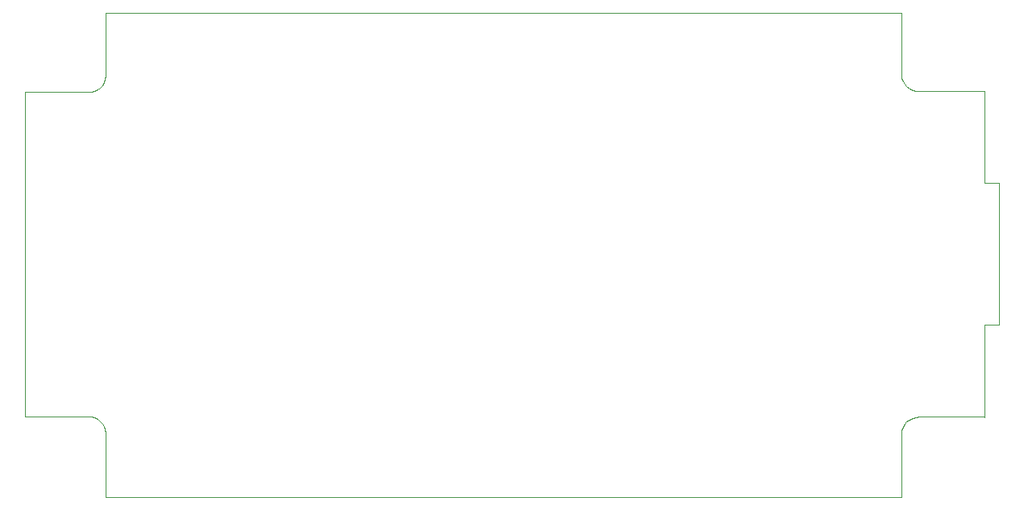
<source format=gbr>
%TF.GenerationSoftware,KiCad,Pcbnew,no-vcs-found-7613~57~ubuntu16.10.1*%
%TF.CreationDate,2017-03-07T09:53:51+01:00*%
%TF.ProjectId,gp8-clock,6770382D636C6F636B2E6B696361645F,rev?*%
%TF.FileFunction,Profile,NP*%
%FSLAX46Y46*%
G04 Gerber Fmt 4.6, Leading zero omitted, Abs format (unit mm)*
G04 Created by KiCad (PCBNEW no-vcs-found-7613~57~ubuntu16.10.1) date Tue Mar  7 09:53:51 2017*
%MOMM*%
%LPD*%
G01*
G04 APERTURE LIST*
%ADD10C,0.100000*%
G04 APERTURE END LIST*
D10*
X202300000Y-119500000D02*
X202300000Y-119600000D01*
X203800000Y-95000000D02*
X203800000Y-109900000D01*
X202300000Y-109900000D02*
X203800000Y-109900000D01*
X202300000Y-95000000D02*
X203800000Y-95000000D01*
X202300000Y-109900000D02*
X202300000Y-119500000D01*
X202300000Y-85400000D02*
X202300000Y-95000000D01*
X109965410Y-77101934D02*
X109965410Y-77101934D01*
X123937064Y-77101934D02*
X109965410Y-77101934D01*
X174342946Y-77101934D02*
X123937064Y-77101934D01*
X193523584Y-77101934D02*
X174342946Y-77101934D01*
X193523584Y-83658088D02*
X193523584Y-77101934D01*
X193562350Y-84004245D02*
X193523584Y-83658088D01*
X193673594Y-84326247D02*
X193562350Y-84004245D01*
X193849734Y-84617308D02*
X193673594Y-84326247D01*
X194083188Y-84870653D02*
X193849734Y-84617308D01*
X194366376Y-85079501D02*
X194083188Y-84870653D01*
X194691713Y-85237071D02*
X194366376Y-85079501D01*
X195051617Y-85336585D02*
X194691713Y-85237071D01*
X195438507Y-85371265D02*
X195051617Y-85336585D01*
X202242157Y-85371265D02*
X195438507Y-85371265D01*
X195438507Y-119590709D02*
X202242157Y-119590709D01*
X195051617Y-119625411D02*
X195438507Y-119590709D01*
X194691713Y-119724988D02*
X195051617Y-119625411D01*
X194366376Y-119882648D02*
X194691713Y-119724988D01*
X194083188Y-120091597D02*
X194366376Y-119882648D01*
X193849734Y-120345044D02*
X194083188Y-120091597D01*
X193673594Y-120636196D02*
X193849734Y-120345044D01*
X193562350Y-120958256D02*
X193673594Y-120636196D01*
X193523584Y-121304439D02*
X193562350Y-120958256D01*
X193523584Y-128050210D02*
X193523584Y-121304439D01*
X179565161Y-128050210D02*
X193523584Y-128050210D01*
X129159279Y-128050210D02*
X179565161Y-128050210D01*
X109965410Y-128050210D02*
X129159279Y-128050210D01*
X109965410Y-121253726D02*
X109965410Y-128050210D01*
X109926644Y-120907569D02*
X109965410Y-121253726D01*
X109815401Y-120585568D02*
X109926644Y-120907569D01*
X109639260Y-120294507D02*
X109815401Y-120585568D01*
X109405806Y-120041161D02*
X109639260Y-120294507D01*
X109122621Y-119832314D02*
X109405806Y-120041161D01*
X108797284Y-119674744D02*
X109122621Y-119832314D01*
X108437380Y-119575229D02*
X108797284Y-119674744D01*
X108050490Y-119540550D02*
X108437380Y-119575229D01*
X101495439Y-119540550D02*
X108050490Y-119540550D01*
X101495439Y-85472137D02*
X101495439Y-119540550D01*
X108050490Y-85472137D02*
X101495439Y-85472137D01*
X108437380Y-85437435D02*
X108050490Y-85472137D01*
X108797284Y-85337858D02*
X108437380Y-85437435D01*
X109122621Y-85180200D02*
X108797284Y-85337858D01*
X109405806Y-84971251D02*
X109122621Y-85180200D01*
X109639260Y-84717805D02*
X109405806Y-84971251D01*
X109815401Y-84426653D02*
X109639260Y-84717805D01*
X109926644Y-84104592D02*
X109815401Y-84426653D01*
X109965410Y-83758410D02*
X109926644Y-84104592D01*
X109965410Y-77101934D02*
X109965410Y-83758410D01*
M02*

</source>
